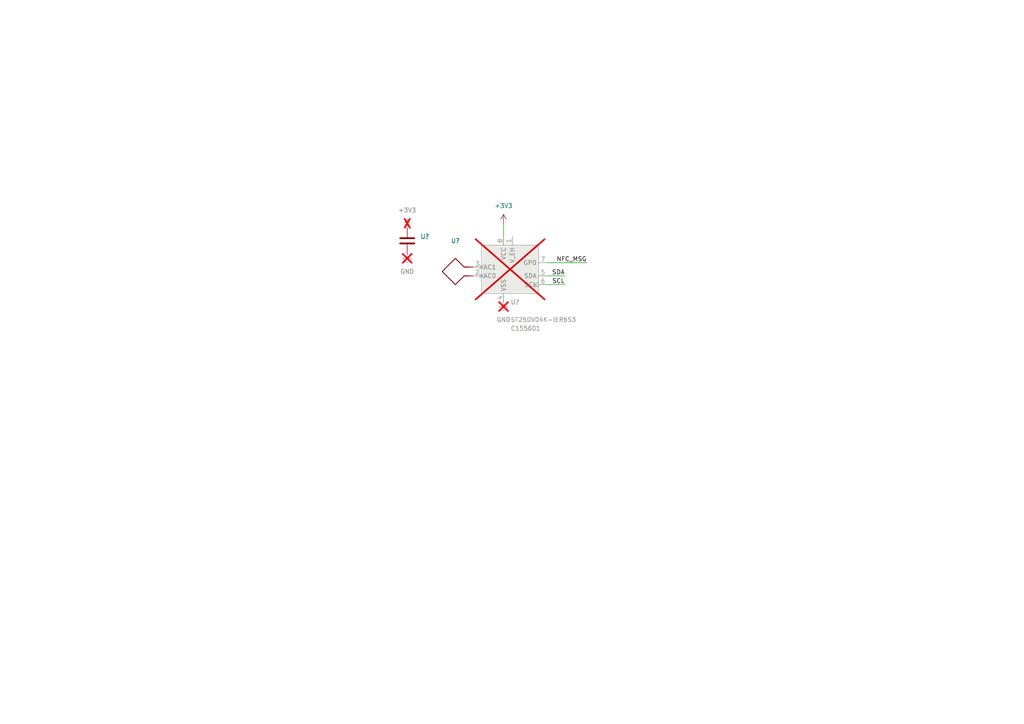
<source format=kicad_sch>
(kicad_sch (version 20220914) (generator eeschema)
  (paper "A4")
  (lib_symbols
    (symbol "Device:Antenna_Loop" (pin_numbers hide) (pin_names (offset 1.016) hide)
      (property "Reference" "AE" (at 1.27 6.35 0))
      (property "Value" "Antenna_Loop" (at 1.27 5.08 0))
      (symbol "Antenna_Loop_0_1"
        (polyline (pts (xy 2.54 -3.81) (xy 2.54 -2.54) (xy 5.08 0) (xy 1.27 3.81) (xy -2.54 0) (xy 0 -2.54) (xy 0 -3.81)) (stroke (width 0.254)))
      )
      (symbol "Antenna_Loop_1_1"
        (pin input line (at 0 -5.08 90) (length 2.54) (name "~") (number "1"))
        (pin input line (at 2.54 -5.08 90) (length 2.54) (name "~") (number "2"))
      )
    )
    (symbol "Device:C" (pin_numbers hide) (pin_names (offset 0.254))
      (property "Reference" "C" (at 0.635 2.54 0))
      (property "Value" "C" (at 0.635 -2.54 0))
      (symbol "C_0_1"
        (polyline (pts (xy -2.032 -0.762) (xy 2.032 -0.762)) (stroke (width 0.508)))
        (polyline (pts (xy -2.032 0.762) (xy 2.032 0.762)) (stroke (width 0.508)))
      )
      (symbol "C_1_1"
        (pin passive line (at 0 3.81 270) (length 2.794) (name "~") (number "1"))
        (pin passive line (at 0 -3.81 90) (length 2.794) (name "~") (number "2"))
      )
    )
    (symbol "ST25DV04K_1"
      (property "Reference" "U" (at 0 0 0))
      (property "Value" "ST25DV04K_1" (at 7.62 -7.62 0))
      (property "Manufacturer PN" "ST25DV04K-IER6S3" (at 0 0 0))
      (property "LCSC" "C155601" (at 0 0 0))
      (symbol "ST25DV04K_1_0_0"
        (pin power_out line (at 2.54 10.16 270) (length 2.54) (name "V_EH") (number "1"))
        (pin passive non_logic (at -8.89 -1.27 0) (length 2.54) (name "AC0") (number "2"))
        (pin passive non_logic (at -8.89 1.27 0) (length 2.54) (name "AC1") (number "3"))
        (pin power_in line (at 0 -8.89 90) (length 2.54) (name "VSS") (number "4"))
        (pin open_collector line (at 12.7 -1.27 180) (length 2.54) (name "SDA") (number "5"))
        (pin open_collector clock (at 12.7 -3.81 180) (length 2.54) (name "SCL") (number "6"))
        (pin open_collector line (at 12.7 2.54 180) (length 2.54) (name "GP0") (number "7"))
        (pin power_in line (at 0 10.16 270) (length 2.54) (name "VCC") (number "8"))
      )
      (symbol "ST25DV04K_1_0_1"
        (rectangle (start -6.35 7.62) (end 10.16 -6.35) (fill (type background)))
      )
    )
    (symbol "power:+3V3" (power) (pin_names (offset 0))
      (property "Value" "+3V3" (at 0 3.556 0))
      (symbol "+3V3_0_1"
        (polyline (pts (xy -0.762 1.27) (xy 0 2.54)))
        (polyline (pts (xy 0 0) (xy 0 2.54)))
        (polyline (pts (xy 0 2.54) (xy 0.762 1.27)))
      )
      (symbol "+3V3_1_1"
        (pin power_in line (at 0 0 90) (length 0) hide (name "+3V3") (number "1"))
      )
    )
    (symbol "power:GND" (power) (pin_names (offset 0))
      (property "Value" "GND" (at 0 -3.81 0))
      (symbol "GND_0_1"
        (polyline (pts (xy 0 0) (xy 0 -1.27) (xy 1.27 -1.27) (xy 0 -2.54) (xy -1.27 -1.27) (xy 0 -1.27)))
      )
      (symbol "GND_1_1"
        (pin power_in line (at 0 0 270) (length 0) hide (name "GND") (number "1"))
      )
    )
  )
  (wire (pts (xy 146.05 64.77) (xy 146.05 68.58)))
  (wire (pts (xy 158.75 82.55) (xy 163.83 82.55)))
  (wire (pts (xy 158.75 76.2) (xy 170.18 76.2)))
  (wire (pts (xy 158.75 80.01) (xy 163.83 80.01)))
  (label "NFC_MSG" (at 170.18 76.2 180))
  (label "SDA" (at 163.83 80.01 180))
  (label "SCL" (at 163.83 82.55 180))
  (symbol (lib_id "power:+3V3") (at 118.11 66.04 0) (unit 1) (dnp yes)
    (default_instance (reference "") (unit 1) (value "") (footprint ""))
  )
  (symbol (lib_id "Device:Antenna_Loop") (at 132.08 80.01 90) (unit 1)
    (default_instance (reference "") (unit 1) (value "") (footprint ""))
  )
  (symbol (lib_id "power:GND") (at 118.11 73.66 0) (unit 1) (dnp yes)
    (default_instance (reference "") (unit 1) (value "") (footprint ""))
  )
  (symbol (lib_id "power:+3V3") (at 146.05 64.77 0) (unit 1)
    (default_instance (reference "") (unit 1) (value "") (footprint ""))
  )
  (symbol (lib_id "power:GND") (at 146.05 87.63 0) (unit 1) (dnp yes)
    (default_instance (reference "") (unit 1) (value "") (footprint ""))
  )
  (symbol (lib_name "ST25DV04K_1") (lib_id "ST25DV04K:ST25DV04K") (at 146.05 78.74 0) (unit 1) (dnp yes)
    (default_instance (reference "") (unit 1) (value "") (footprint ""))
    (property "Manufacturer PN" "ST25DV04K-IER6S3" (at 148.0694 92.71 0) (effects (justify left)))
    (property "LCSC" "C155601" (at 148.0694 95.25 0) (effects (justify left)))
  )
  (symbol (lib_id "Device:C") (at 118.11 69.85 0) (unit 1)
    (default_instance (reference "") (unit 1) (value "") (footprint ""))
  )
)
</source>
